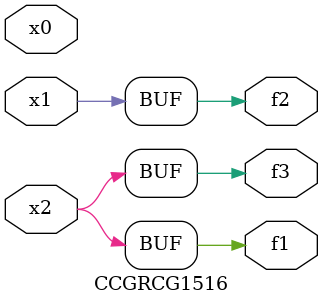
<source format=v>
module CCGRCG1516(
	input x0, x1, x2,
	output f1, f2, f3
);
	assign f1 = x2;
	assign f2 = x1;
	assign f3 = x2;
endmodule

</source>
